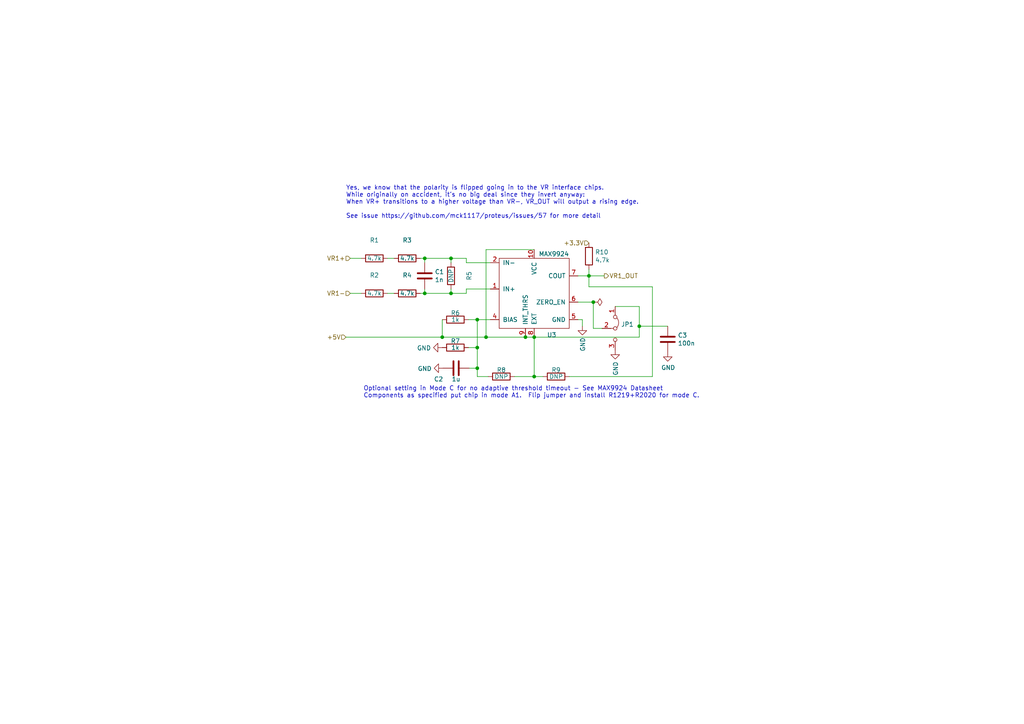
<source format=kicad_sch>
(kicad_sch (version 20211123) (generator eeschema)
  (paper "A4")
  (lib_symbols
    (symbol "Device:C" (pin_numbers hide) (pin_names (offset 0.254))
      (property "Reference" "C" (at 0.635 2.54 0))
      (property "Value" "C" (at 0.635 -2.54 0))
      (symbol "C_0_1"
        (polyline (pts (xy -2.032 -0.762) (xy 2.032 -0.762)) (stroke (width 0.508)))
        (polyline (pts (xy -2.032 0.762) (xy 2.032 0.762)) (stroke (width 0.508)))
      )
      (symbol "C_1_1"
        (pin passive line (at 0 3.81 270) (length 2.794) (name "~") (number "1"))
        (pin passive line (at 0 -3.81 90) (length 2.794) (name "~") (number "2"))
      )
    )
    (symbol "Device:R" (pin_numbers hide) (pin_names (offset 0))
      (property "Reference" "R" (at 2.032 0 90))
      (property "Value" "R" (at 0 0 90))
      (symbol "R_0_1"
        (rectangle (start -1.016 -2.54) (end 1.016 2.54) (stroke (width 0.254)))
      )
      (symbol "R_1_1"
        (pin passive line (at 0 3.81 270) (length 1.27) (name "~") (number "1"))
        (pin passive line (at 0 -3.81 90) (length 1.27) (name "~") (number "2"))
      )
    )
    (symbol "Jumper:Jumper_3_Bridged12" (pin_names (offset 0) hide)
      (property "Reference" "JP" (at -2.54 -2.54 0))
      (property "Value" "Jumper_3_Bridged12" (at 0 2.794 0))
      (symbol "Jumper_3_Bridged12_0_0"
        (circle (center -3.302 0) (radius 0.508))
        (circle (center 0 0) (radius 0.508))
        (circle (center 3.302 0) (radius 0.508))
      )
      (symbol "Jumper_3_Bridged12_0_1"
        (arc (start -0.254 0.508) (mid -1.651 0.9912) (end -3.048 0.508))
        (polyline (pts (xy 0 -1.27) (xy 0 -0.508)))
      )
      (symbol "Jumper_3_Bridged12_1_1"
        (pin passive line (at -6.35 0 0) (length 2.54) (name "A") (number "1"))
        (pin input line (at 0 -3.81 90) (length 2.54) (name "C") (number "2"))
        (pin passive line (at 6.35 0 180) (length 2.54) (name "B") (number "3"))
      )
    )
    (symbol "Simon:DNP" (pin_numbers hide) (pin_names (offset 0))
      (property "Reference" "R8" (at 0 1.905 90))
      (property "Value" "DNP" (at 0 0 90))
      (symbol "DNP_0_1"
        (rectangle (start -1.016 -2.54) (end 1.016 2.54) (stroke (width 0.254)))
      )
      (symbol "DNP_1_1"
        (pin passive line (at 0 3.81 270) (length 1.27) (name "~") (number "1"))
        (pin passive line (at 0 -3.81 90) (length 1.27) (name "~") (number "2"))
      )
    )
    (symbol "Simon:MAX9924" (pin_names (offset 1.016))
      (property "Reference" "U3" (at 5.08 -12.065 0))
      (property "Value" "MAX9924" (at 5.715 11.43 0))
      (symbol "MAX9924_0_1"
        (rectangle (start -10.16 10.16) (end 10.16 -10.16))
      )
      (symbol "MAX9924_1_1"
        (pin input line (at -12.7 1.27 0) (length 2.54) (name "IN+") (number "1"))
        (pin power_in line (at 0 12.7 270) (length 2.54) (name "VCC") (number "10"))
        (pin input line (at -12.7 8.89 0) (length 2.54) (name "IN-") (number "2"))
        (pin no_connect line (at 0 -5.08 0) (length 2.54) hide (name "~") (number "3"))
        (pin input line (at -12.7 -7.62 0) (length 2.54) (name "BIAS") (number "4"))
        (pin power_in line (at 12.7 -7.62 180) (length 2.54) (name "GND") (number "5"))
        (pin input line (at 12.7 -2.54 180) (length 2.54) (name "ZERO_EN") (number "6"))
        (pin output line (at 12.7 5.08 180) (length 2.54) (name "COUT") (number "7"))
        (pin input line (at 0 -12.7 90) (length 2.54) (name "EXT") (number "8"))
        (pin input line (at -2.54 -12.7 90) (length 2.54) (name "INT_THRS") (number "9"))
      )
    )
    (symbol "power:GND" (power) (pin_names (offset 0))
      (property "Value" "GND" (at 0 -3.81 0))
      (symbol "GND_0_1"
        (polyline (pts (xy 0 0) (xy 0 -1.27) (xy 1.27 -1.27) (xy 0 -2.54) (xy -1.27 -1.27) (xy 0 -1.27)))
      )
      (symbol "GND_1_1"
        (pin power_in line (at 0 0 270) (length 0) hide (name "GND") (number "1"))
      )
    )
    (symbol "power:PWR_FLAG" (power) (pin_numbers hide) (pin_names (offset 0) hide)
      (property "Value" "PWR_FLAG" (at 0 3.81 0))
      (symbol "PWR_FLAG_0_0"
        (pin power_out line (at 0 0 90) (length 0) (name "pwr") (number "1"))
      )
      (symbol "PWR_FLAG_0_1"
        (polyline (pts (xy 0 0) (xy 0 1.27) (xy -1.016 1.905) (xy 0 2.54) (xy 1.016 1.905) (xy 0 1.27)))
      )
    )
  )
  (junction (at 154.94 97.79))
  (junction (at 130.81 74.93))
  (junction (at 152.4 97.79))
  (junction (at 138.4319 106.7956))
  (junction (at 140.97 97.79))
  (junction (at 130.81 85.09))
  (junction (at 170.815 80.01))
  (junction (at 172.085 87.63))
  (junction (at 185.42 94.615))
  (junction (at 123.19 74.93))
  (junction (at 123.19 85.09))
  (junction (at 138.43 92.71))
  (junction (at 128.27 97.79))
  (junction (at 138.43 100.8213))
  (junction (at 154.94 109.22))
  (wire (pts (xy 135.255 83.82) (xy 135.255 85.09)))
  (wire (pts (xy 128.27 92.71) (xy 128.27 97.79)))
  (wire (pts (xy 167.64 87.63) (xy 172.085 87.63)))
  (wire (pts (xy 135.255 74.93) (xy 135.255 76.2)))
  (wire (pts (xy 130.81 76.2) (xy 130.81 74.93)))
  (wire (pts (xy 170.815 78.105) (xy 170.815 80.01)))
  (wire (pts (xy 170.815 83.185) (xy 170.815 80.01)))
  (wire (pts (xy 185.42 94.615) (xy 193.675 94.615)))
  (wire (pts (xy 135.255 76.2) (xy 142.24 76.2)))
  (wire (pts (xy 138.43 100.8213) (xy 138.43 92.71)))
  (wire (pts (xy 135.89 100.8213) (xy 138.43 100.8213)))
  (wire (pts (xy 130.81 74.93) (xy 123.19 74.93)))
  (wire (pts (xy 168.91 92.71) (xy 167.64 92.71)))
  (wire (pts (xy 185.42 97.79) (xy 185.42 94.615)))
  (wire (pts (xy 138.43 92.71) (xy 142.24 92.71)))
  (wire (pts (xy 101.6 74.93) (xy 104.775 74.93)))
  (wire (pts (xy 170.815 80.01) (xy 167.64 80.01)))
  (wire (pts (xy 121.92 74.93) (xy 123.19 74.93)))
  (wire (pts (xy 140.97 72.39) (xy 154.94 72.39)))
  (wire (pts (xy 123.19 85.09) (xy 130.81 85.09)))
  (wire (pts (xy 101.6 85.09) (xy 104.775 85.09)))
  (wire (pts (xy 172.085 95.25) (xy 174.625 95.25)))
  (wire (pts (xy 189.23 83.185) (xy 170.815 83.185)))
  (wire (pts (xy 138.4319 106.7956) (xy 138.43 100.8213)))
  (wire (pts (xy 136.0945 106.7956) (xy 138.4319 106.7956)))
  (wire (pts (xy 189.23 109.22) (xy 189.23 83.185)))
  (wire (pts (xy 152.4 97.79) (xy 154.94 97.79)))
  (wire (pts (xy 140.97 97.79) (xy 152.4 97.79)))
  (wire (pts (xy 128.27 97.79) (xy 140.97 97.79)))
  (wire (pts (xy 114.3 74.93) (xy 112.395 74.93)))
  (wire (pts (xy 112.395 85.09) (xy 114.3 85.09)))
  (wire (pts (xy 154.94 97.79) (xy 185.42 97.79)))
  (wire (pts (xy 185.42 94.615) (xy 185.42 88.9)))
  (wire (pts (xy 123.19 85.09) (xy 123.19 83.82)))
  (wire (pts (xy 135.89 92.71) (xy 138.43 92.71)))
  (wire (pts (xy 121.92 85.09) (xy 123.19 85.09)))
  (wire (pts (xy 138.43 109.22) (xy 141.605 109.22)))
  (wire (pts (xy 140.97 97.79) (xy 140.97 72.39)))
  (wire (pts (xy 175.26 80.01) (xy 170.815 80.01)))
  (wire (pts (xy 123.19 74.93) (xy 123.19 76.2)))
  (wire (pts (xy 100.33 97.79) (xy 128.27 97.79)))
  (wire (pts (xy 130.81 85.09) (xy 130.81 83.82)))
  (wire (pts (xy 165.1 109.22) (xy 189.23 109.22)))
  (wire (pts (xy 168.91 94.615) (xy 168.91 92.71)))
  (wire (pts (xy 130.81 74.93) (xy 135.255 74.93)))
  (wire (pts (xy 135.255 85.09) (xy 130.81 85.09)))
  (wire (pts (xy 172.085 87.63) (xy 172.085 95.25)))
  (wire (pts (xy 154.94 109.22) (xy 149.225 109.22)))
  (wire (pts (xy 154.94 97.79) (xy 154.94 109.22)))
  (wire (pts (xy 157.48 109.22) (xy 154.94 109.22)))
  (wire (pts (xy 185.42 88.9) (xy 178.435 88.9)))
  (wire (pts (xy 138.4319 106.7956) (xy 138.43 109.22)))
  (wire (pts (xy 142.24 83.82) (xy 135.255 83.82)))
  (text "Optional setting in Mode C for no adaptive threshold timeout - See MAX9924 Datasheet\nComponents as specified put chip in mode A1.  Flip jumper and install R1219+R2020 for mode C." (at 105.41 115.57 0) (effects (font (size 1.27 1.27)) (justify left bottom)))
  (text "Yes, we know that the polarity is flipped going in to the VR interface chips.\nWhile originally on accident, it’s no big deal since they invert anyway:\nWhen VR+ transitions to a higher voltage than VR-, VR_OUT will output a rising edge.\n\nSee issue https://github.com/mck1117/proteus/issues/57 for more detail" (at 100.33 63.5 0) (effects (font (size 1.27 1.27)) (justify left bottom)))
  (hierarchical_label "+5V" (shape input) (at 100.33 97.79 180))
  (hierarchical_label "+3.3V" (shape input) (at 170.815 70.485 180))
  (hierarchical_label "VR1+" (shape input) (at 101.6 74.93 180))
  (hierarchical_label "VR1_OUT" (shape output) (at 175.26 80.01 0))
  (hierarchical_label "VR1-" (shape input) (at 101.6 85.09 180))
  (symbol (lib_id "Device:R") (at 108.585 85.09 270) (unit 1)
    (property "Reference" "R2" (at 108.585 79.8322 90))
    (property "Value" "4.7k" (at 108.585 85.09 90))
    (property "Footprint" "Resistor_SMD:R_0805_2012Metric" (effects hide))
    (property "LCSC" "C17673" (effects hide))
    (property "LCSC_ext" "0" (effects hide))
  )
  (symbol (lib_id "Device:C") (at 132.2845 106.7956 270) (unit 1)
    (property "Reference" "C2" (at 127.2045 109.9706 90))
    (property "Value" "1u" (at 132.2845 109.9706 90))
    (property "Footprint" "Capacitor_SMD:C_0603_1608Metric" (effects hide))
    (property "LCSC" "C15849" (effects hide))
    (property "LCSC_ext" "0" (effects hide))
  )
  (symbol (lib_id "Jumper:Jumper_3_Bridged12") (at 178.435 95.25 270) (unit 1)
    (property "Reference" "JP1" (at 180.1368 94.0816 90) (effects (justify left)))
    (property "Value" "Jumper_3_Bridged12" (effects hide))
    (property "Footprint" "Jumper:SolderJumper-3_P1.3mm_Bridged12_RoundedPad1.0x1.5mm" (effects hide))
    (property "LCSC" "N/A" (effects hide))
  )
  (symbol (lib_id "Device:R") (at 108.585 74.93 270) (unit 1)
    (property "Reference" "R1" (at 108.585 69.6722 90))
    (property "Value" "4.7k" (at 108.585 74.93 90))
    (property "Footprint" "Resistor_SMD:R_0805_2012Metric" (effects hide))
    (property "LCSC" "C17673" (effects hide))
    (property "LCSC_ext" "0" (effects hide))
  )
  (symbol (lib_id "Device:R") (at 132.08 100.8213 90) (unit 1)
    (property "Reference" "R7" (at 132.08 98.9163 90))
    (property "Value" "1k" (at 132.08 100.8213 90))
    (property "Footprint" "Resistor_SMD:R_0402_1005Metric" (effects hide))
    (property "LCSC" "C11702" (effects hide))
    (property "LCSC_ext" "0" (effects hide))
  )
  (symbol (lib_id "Simon:DNP") (at 145.415 109.22 270) (unit 1)
    (property "Reference" "R8" (at 145.415 107.315 90))
    (property "Value" "DNP" (at 145.415 109.22 90))
    (property "Footprint" "Simon:R_0805_2012Metric_Pad1.15x1.40mm_HandSolder" (effects hide))
    (property "LCSC" "DNP" (effects hide))
  )
  (symbol (lib_id "Device:R") (at 118.11 74.93 270) (unit 1)
    (property "Reference" "R3" (at 118.11 69.6722 90))
    (property "Value" "4.7k" (at 118.11 74.93 90))
    (property "Footprint" "Resistor_SMD:R_0805_2012Metric" (effects hide))
    (property "LCSC" "C17673" (effects hide))
    (property "LCSC_ext" "0" (effects hide))
  )
  (symbol (lib_id "power:PWR_FLAG") (at 172.085 87.63 270) (unit 1)
    (property "Reference" "#FLG0101" (effects hide))
    (property "Value" "PWR_FLAG" (effects hide))
  )
  (symbol (lib_id "power:GND") (at 178.435 101.6 0) (unit 1)
    (property "Reference" "#PWR0135" (effects hide))
    (property "Value" "GND" (at 178.562 104.8512 90) (effects (justify right)))
  )
  (symbol (lib_id "Device:R") (at 170.815 74.295 0) (unit 1)
    (property "Reference" "R10" (at 172.593 73.1266 0) (effects (justify left)))
    (property "Value" "4.7k" (at 172.593 75.438 0) (effects (justify left)))
    (property "Footprint" "Resistor_SMD:R_0805_2012Metric" (effects hide))
    (property "LCSC" "C17673" (effects hide))
    (property "LCSC_ext" "0" (effects hide))
  )
  (symbol (lib_id "power:GND") (at 128.27 100.8213 270) (unit 1)
    (property "Reference" "#PWR0142" (effects hide))
    (property "Value" "GND" (at 125.0188 100.9483 90) (effects (justify right)))
  )
  (symbol (lib_id "power:GND") (at 193.675 102.235 0) (unit 1)
    (property "Reference" "#PWR0137" (effects hide))
    (property "Value" "GND" (at 193.802 106.6292 0))
  )
  (symbol (lib_id "Device:C") (at 123.19 80.01 0) (unit 1)
    (property "Reference" "C1" (at 126.111 78.8416 0) (effects (justify left)))
    (property "Value" "1n" (at 126.111 81.153 0) (effects (justify left)))
    (property "Footprint" "Capacitor_SMD:C_0603_1608Metric" (effects hide))
    (property "LCSC" "C1588" (effects hide))
    (property "LCSC_ext" "0" (effects hide))
  )
  (symbol (lib_id "Simon:MAX9924") (at 154.94 85.09 0) (unit 1)
    (property "Reference" "U3" (at 160.02 97.155 0))
    (property "Value" "MAX9924" (at 160.655 73.66 0))
    (property "Footprint" "Package_SO:MSOP-10_3x3mm_P0.5mm" (effects hide))
    (property "LCSC" "N/A" (effects hide))
  )
  (symbol (lib_id "Device:R") (at 132.08 92.71 90) (unit 1)
    (property "Reference" "R6" (at 132.08 90.805 90))
    (property "Value" "1k" (at 132.08 92.71 90))
    (property "Footprint" "Resistor_SMD:R_0402_1005Metric" (effects hide))
    (property "LCSC" "C11702" (effects hide))
    (property "LCSC_ext" "0" (effects hide))
  )
  (symbol (lib_id "Device:C") (at 193.675 98.425 0) (unit 1)
    (property "Reference" "C3" (at 196.596 97.2566 0) (effects (justify left)))
    (property "Value" "100n" (at 196.596 99.568 0) (effects (justify left)))
    (property "Footprint" "Capacitor_SMD:C_0603_1608Metric" (effects hide))
    (property "LCSC" "C14663" (effects hide))
    (property "LCSC_ext" "0" (effects hide))
  )
  (symbol (lib_id "Simon:DNP") (at 161.29 109.22 270) (unit 1)
    (property "Reference" "R9" (at 161.29 107.315 90))
    (property "Value" "DNP" (at 161.29 109.22 90))
    (property "Footprint" "Simon:R_0805_2012Metric_Pad1.15x1.40mm_HandSolder" (effects hide))
    (property "LCSC" "DNP" (effects hide))
  )
  (symbol (lib_id "Device:R") (at 118.11 85.09 270) (unit 1)
    (property "Reference" "R4" (at 118.11 79.8322 90))
    (property "Value" "4.7k" (at 118.11 85.09 90))
    (property "Footprint" "Resistor_SMD:R_0805_2012Metric" (effects hide))
    (property "LCSC" "C17673" (effects hide))
    (property "LCSC_ext" "0" (effects hide))
  )
  (symbol (lib_id "power:GND") (at 128.4745 106.7956 270) (unit 1)
    (property "Reference" "#PWR0141" (effects hide))
    (property "Value" "GND" (at 125.2233 106.9226 90) (effects (justify right)))
  )
  (symbol (lib_id "Device:R") (at 130.81 80.01 180) (unit 1)
    (property "Reference" "R5" (at 136.0678 80.01 90))
    (property "Value" "DNP" (at 130.81 80.01 90))
    (property "Footprint" "Resistor_SMD:R_0805_2012Metric" (effects hide))
    (property "PN" "603-RC0402FR-075KL" (effects hide))
    (property "LCSC" "DNP" (effects hide))
  )
  (symbol (lib_id "power:GND") (at 168.91 94.615 0) (unit 1)
    (property "Reference" "#PWR0134" (effects hide))
    (property "Value" "GND" (at 169.037 97.8662 90) (effects (justify right)))
  )
)
</source>
